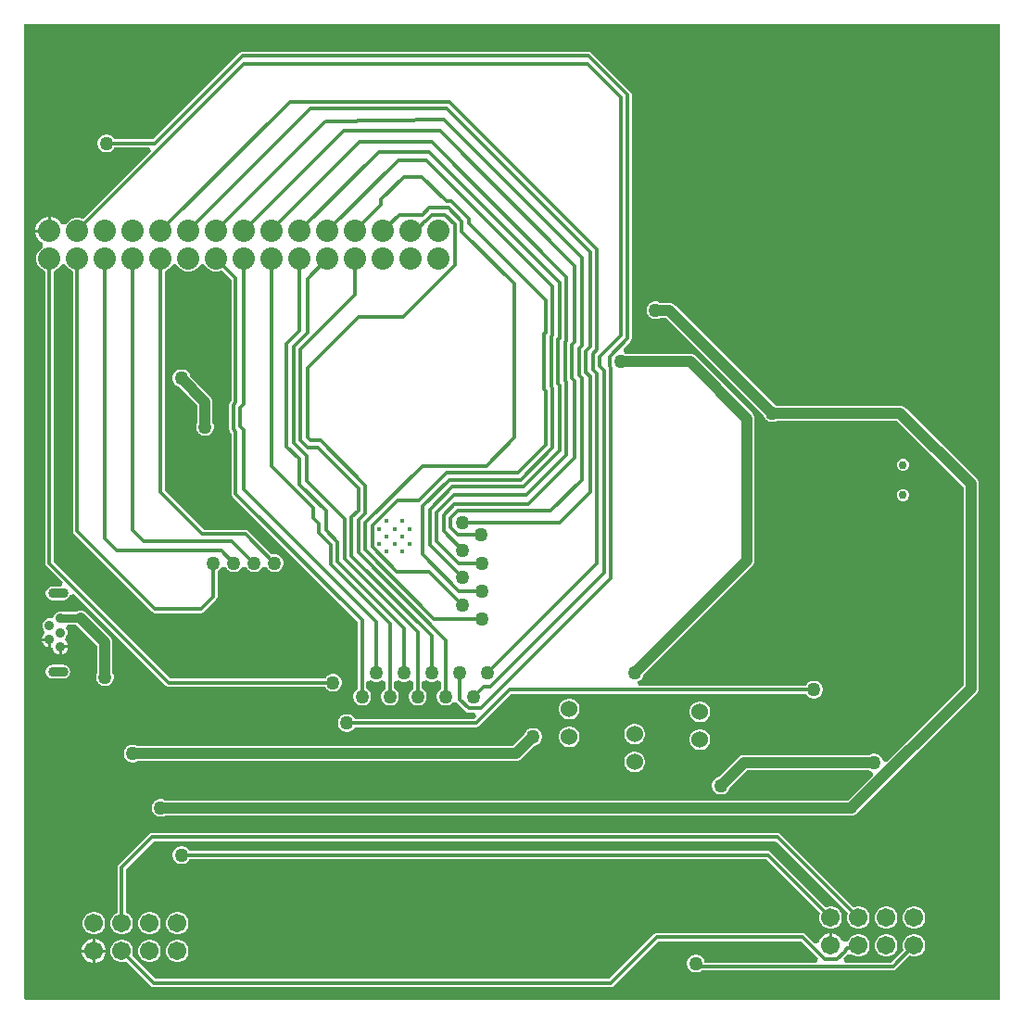
<source format=gbr>
%FSTAX23Y23*%
%MOMM*%
%SFA1B1*%

%IPPOS*%
%ADD61C,1.701797*%
%ADD67C,0.761998*%
%ADD68C,1.015998*%
%ADD69C,0.380999*%
%ADD70C,1.523997*%
%ADD71C,2.031996*%
%ADD72C,0.399999*%
%ADD73C,0.899998*%
%ADD74O,1.849996X0.899998*%
%ADD75C,0.749999*%
%ADD76C,1.269997*%
%LNpcb1_copper_signal_bot-1*%
%LPD*%
G36*
X89154Y0D02*
X00127D01*
X0Y00127*
Y89154*
X89154*
Y0*
G37*
%LNpcb1_copper_signal_bot-2*%
%LPC*%
G36*
X51562Y86608D02*
X19929D01*
X19786Y86579*
X19664Y86498*
X11773Y78607*
X08214*
X08143Y78731*
X07992Y78882*
X07806Y78989*
X07599Y79044*
X07385*
X07179Y78989*
X06993Y78882*
X06842Y78731*
X06735Y78545*
X0668Y78338*
Y78124*
X06735Y77918*
X06842Y77732*
X06993Y77581*
X07179Y77474*
X07385Y77419*
X07599*
X07806Y77474*
X07992Y77581*
X08143Y77732*
X08214Y77856*
X11422*
X11568Y77504*
X05363Y71299*
X05286Y71343*
X04983Y71424*
X04668*
X04365Y71343*
X04092Y71186*
X0387Y70963*
X03808Y70856*
X03801Y70853*
X03382Y70872*
X03302Y7101*
X03065Y71247*
X02776Y71414*
X02453Y71501*
X02413*
Y70231*
X02286*
Y70104*
X01016*
Y70063*
X01102Y6974*
X01269Y69451*
X01506Y69214*
X01644Y69134*
X01662Y68715*
X01659Y68708*
X01552Y68646*
X0133Y68423*
X01173Y68151*
X01092Y67848*
Y67533*
X01173Y6723*
X0133Y66957*
X01552Y66735*
X01825Y66578*
X0191Y66555*
Y39878*
X01939Y39734*
X0202Y39612*
X03493Y38139*
X03335Y37758*
X0259*
X02346Y37709*
X02138Y3757*
X01999Y37362*
X0195Y37117*
X01999Y36873*
X02138Y36665*
X02346Y36526*
X0259Y36477*
X0354*
X03785Y36526*
X03993Y36665*
X04132Y36873*
X04147Y36946*
X04546Y37086*
X12942Y2869*
X13064Y28609*
X13208Y2858*
X27472*
X27543Y28456*
X27694Y28305*
X2788Y28198*
X28086Y28143*
X283*
X28507Y28198*
X28693Y28305*
X28844Y28456*
X28951Y28642*
X29006Y28848*
Y29062*
X28951Y29269*
X28844Y29455*
X28693Y29606*
X28507Y29713*
X283Y29768*
X28086*
X2788Y29713*
X27694Y29606*
X27543Y29455*
X27472Y29331*
X13363*
X02661Y40033*
Y66555*
X02746Y66578*
X03018Y66735*
X03241Y66957*
X03344Y67136*
X03491Y67173*
X03619*
X03767Y67136*
X0387Y66957*
X04092Y66735*
X04365Y66578*
X0445Y66555*
Y42799*
X04479Y42655*
X0456Y42533*
X11672Y35421*
X11794Y3534*
X11938Y35311*
X16129*
X16272Y3534*
X16394Y35421*
X17537Y36564*
X17618Y36686*
X17647Y3683*
Y39156*
X17771Y39227*
X17922Y39378*
X17997Y39509*
X18203Y39538*
X18409Y39509*
X18484Y39378*
X18635Y39227*
X1882Y3912*
X19027Y39065*
X19241*
X19448Y3912*
X19633Y39227*
X19785Y39378*
X1986Y39509*
X20066Y39538*
X20271Y39509*
X20346Y39378*
X20498Y39227*
X20683Y3912*
X2089Y39065*
X21104*
X21311Y3912*
X21496Y39227*
X21647Y39378*
X21722Y39509*
X21928Y39538*
X22134Y39509*
X22209Y39378*
X2236Y39227*
X22546Y3912*
X22752Y39065*
X22966*
X23173Y3912*
X23359Y39227*
X2351Y39378*
X23617Y39564*
X23672Y3977*
Y39984*
X23617Y40191*
X2351Y40377*
X23359Y40528*
X23173Y40635*
X22966Y4069*
X22752*
X22615Y40653*
X20458Y4281*
X20336Y42891*
X20193Y4292*
X16411*
X12821Y4651*
Y66555*
X12906Y66578*
X13178Y66735*
X13401Y66957*
X13504Y67136*
X13651Y67173*
X13779*
X13927Y67136*
X1403Y66957*
X14252Y66735*
X14525Y66578*
X14828Y66497*
X15143*
X15446Y66578*
X15718Y66735*
X15941Y66957*
X16044Y67136*
X16191Y67173*
X16319*
X16467Y67136*
X1657Y66957*
X16792Y66735*
X17065Y66578*
X17368Y66497*
X17683*
X17986Y66578*
X18063Y66622*
X18928Y65757*
Y54717*
X18809Y54598*
X18728Y54476*
X18699Y54333*
Y52092*
X18728Y51949*
X18809Y51827*
X18928Y51708*
Y46228*
X18957Y46084*
X19038Y45962*
X30485Y34515*
Y28407*
X30361Y28336*
X3021Y28185*
X30103Y27999*
X30048Y27792*
Y27578*
X30103Y27372*
X3021Y27186*
X30361Y27035*
X30547Y26928*
X30753Y26873*
X30967*
X31174Y26928*
X3136Y27035*
X31511Y27186*
X31618Y27372*
X31673Y27578*
Y27792*
X31618Y27999*
X31511Y28185*
X3136Y28336*
X31236Y28407*
Y29051*
X31617Y29208*
X31631Y29194*
X31817Y29087*
X32023Y29032*
X32237*
X32444Y29087*
X3263Y29194*
X32644Y29208*
X33025Y29051*
Y28407*
X32901Y28336*
X3275Y28185*
X32643Y27999*
X32588Y27792*
Y27578*
X32643Y27372*
X3275Y27186*
X32901Y27035*
X33087Y26928*
X33293Y26873*
X33507*
X33714Y26928*
X339Y27035*
X34051Y27186*
X34158Y27372*
X34213Y27578*
Y27792*
X34158Y27999*
X34051Y28185*
X339Y28336*
X33776Y28407*
Y29051*
X34157Y29208*
X34171Y29194*
X34357Y29087*
X34563Y29032*
X34777*
X34984Y29087*
X3517Y29194*
X35184Y29208*
X35565Y29051*
Y28407*
X35441Y28336*
X3529Y28185*
X35183Y27999*
X35128Y27792*
Y27578*
X35183Y27372*
X3529Y27186*
X35441Y27035*
X35627Y26928*
X35833Y26873*
X36047*
X36254Y26928*
X3644Y27035*
X36591Y27186*
X36698Y27372*
X36753Y27578*
Y27792*
X36698Y27999*
X36591Y28185*
X3644Y28336*
X36316Y28407*
Y29051*
X36697Y29208*
X36711Y29194*
X36897Y29087*
X37103Y29032*
X37317*
X37524Y29087*
X3771Y29194*
X37724Y29208*
X38105Y29051*
Y28407*
X37981Y28336*
X3783Y28185*
X37723Y27999*
X37668Y27792*
Y27578*
X37723Y27372*
X3783Y27186*
X37981Y27035*
X38167Y26928*
X38373Y26873*
X38587*
X38794Y26928*
X3898Y27035*
X39075Y27131*
X39334Y27151*
X39531Y27117*
X40308Y2634*
X4043Y26259*
X40573Y2623*
X41119*
X41275Y25875*
X41091Y25648*
X30185*
X30114Y25772*
X29963Y25923*
X29777Y2603*
X2957Y26085*
X29356*
X2915Y2603*
X28964Y25923*
X28813Y25772*
X28706Y25586*
X28651Y25379*
Y25165*
X28706Y24959*
X28813Y24773*
X28964Y24622*
X2915Y24515*
X29356Y2446*
X2957*
X29777Y24515*
X29963Y24622*
X30114Y24773*
X30185Y24897*
X41283*
X41427Y24926*
X41549Y25007*
X44487Y27945*
X71414*
X71485Y27821*
X71636Y2767*
X71822Y27563*
X72028Y27508*
X72242*
X72449Y27563*
X72635Y2767*
X72786Y27821*
X72893Y28007*
X72948Y28213*
Y28427*
X72893Y28634*
X72786Y2882*
X72635Y28971*
X72449Y29078*
X72242Y29133*
X72028*
X71822Y29078*
X71636Y28971*
X71485Y2882*
X71414Y28696*
X56079*
X56029Y29077*
X56066Y29087*
X56252Y29194*
X56403Y29345*
X5651Y29531*
X56544Y29658*
X66529Y39642*
X66639Y39786*
X66708Y39952*
X66731Y40132*
Y53086*
X66708Y53264*
X66639Y53431*
X66529Y53575*
X61322Y58782*
X61178Y58892*
X61011Y58961*
X60833Y58984*
X54911*
X54843Y59024*
X54832Y59026*
X54711Y59444*
X55383Y60116*
X55464Y60238*
X55493Y60382*
Y82677*
X55464Y8282*
X55383Y82942*
X51827Y86498*
X51705Y86579*
X51562Y86608*
G37*
G36*
X02159Y71501D02*
X02118D01*
X01795Y71414*
X01506Y71247*
X01269Y7101*
X01102Y70721*
X01016Y70398*
Y70358*
X02159*
Y71501*
G37*
G36*
X14457Y57581D02*
X14243D01*
X14037Y57526*
X13851Y57419*
X137Y57268*
X13593Y57082*
X13538Y56875*
Y56661*
X13593Y56455*
X137Y56269*
X13851Y56118*
X14037Y56011*
X14164Y55977*
X15818Y54323*
Y52751*
X15752Y52637*
X15697Y5243*
Y52216*
X15752Y5201*
X15859Y51824*
X1601Y51673*
X16196Y51566*
X16402Y51511*
X16616*
X16823Y51566*
X17009Y51673*
X1716Y51824*
X17267Y5201*
X17322Y52216*
Y5243*
X17267Y52637*
X17201Y52751*
Y5461*
X17178Y54788*
X17109Y54955*
X16999Y55099*
X15142Y56955*
X15108Y57082*
X15001Y57268*
X1485Y57419*
X14664Y57526*
X14457Y57581*
G37*
G36*
X80373Y49403D02*
X80153D01*
X7995Y49319*
X79795Y49164*
X79711Y4896*
Y4874*
X79795Y48537*
X7995Y48382*
X80153Y48298*
X80373*
X80577Y48382*
X80732Y48537*
X80816Y4874*
Y4896*
X80732Y49164*
X80577Y49319*
X80373Y49403*
G37*
G36*
Y46653D02*
X80153D01*
X7995Y46569*
X79795Y46414*
X79711Y4621*
Y4599*
X79795Y45787*
X7995Y45632*
X80153Y45548*
X80373*
X80577Y45632*
X80732Y45787*
X80816Y4599*
Y4621*
X80732Y46414*
X80577Y46569*
X80373Y46653*
G37*
G36*
X05161Y35534D02*
X04982Y35511D01*
X04816Y35442*
X04777Y35412*
X0355*
X0341Y3547*
X03161*
X0293Y35375*
X02753Y35198*
X02658Y34967*
X0241Y3482*
X02306*
X02161*
X0193Y34725*
X01753Y34548*
X01658Y34317*
Y34068*
X01753Y33837*
X0184Y33508*
X01745Y33347*
X01722Y33325*
X01629Y33164*
X01591Y3302*
X02286*
Y32893*
X02413*
Y32182*
X02581Y3215*
X02629Y31971*
X02722Y3181*
X02853Y31679*
X03014Y31586*
X03158Y31548*
Y32242*
X03285*
Y32369*
X0398*
X03941Y32514*
X03849Y32675*
X03826Y32697*
X03731Y32858*
X03818Y33187*
X03913Y33418*
Y33667*
X03818Y33898*
X03982Y34273*
X04753*
X06674Y32352*
Y29891*
X06608Y29777*
X06553Y2957*
Y29356*
X06608Y2915*
X06715Y28964*
X06866Y28813*
X07052Y28706*
X07258Y28651*
X07472*
X07679Y28706*
X07865Y28813*
X08016Y28964*
X08123Y2915*
X08178Y29356*
Y2957*
X08123Y29777*
X08057Y29891*
Y32639*
X08034Y32817*
X07965Y32984*
X07855Y33128*
X05651Y35332*
X05507Y35442*
X0534Y35511*
X05161Y35534*
G37*
G36*
X02159Y32766D02*
X01591D01*
X01629Y32621*
X01722Y3246*
X01853Y32329*
X02014Y32236*
X02159Y32198*
Y32766*
G37*
G36*
X0398Y32115D02*
X03412D01*
Y31548*
X03557Y31586*
X03718Y31679*
X03849Y3181*
X03941Y31971*
X0398Y32115*
G37*
G36*
X0354Y30608D02*
X0259D01*
X02346Y30559*
X02138Y3042*
X01999Y30212*
X0195Y29967*
X01999Y29722*
X02138Y29515*
X02346Y29376*
X0259Y29327*
X0354*
X03785Y29376*
X03993Y29515*
X04132Y29722*
X04181Y29967*
X04132Y30212*
X03993Y3042*
X03785Y30559*
X0354Y30608*
G37*
G36*
X49907Y27482D02*
X4966D01*
X49421Y27418*
X49206Y27294*
X49031Y2712*
X48908Y26905*
X48844Y26666*
Y26419*
X48908Y2618*
X49031Y25965*
X49206Y2579*
X49421Y25667*
X4966Y25603*
X49907*
X50146Y25667*
X5036Y2579*
X50535Y25965*
X50659Y2618*
X50723Y26419*
Y26666*
X50659Y26905*
X50535Y2712*
X5036Y27294*
X50146Y27418*
X49907Y27482*
G37*
G36*
X61845Y27228D02*
X61598D01*
X61359Y27164*
X61144Y2704*
X60969Y26866*
X60846Y26651*
X60782Y26412*
Y26165*
X60846Y25926*
X60969Y25711*
X61144Y25536*
X61359Y25413*
X61598Y25349*
X61845*
X62084Y25413*
X62298Y25536*
X62473Y25711*
X62597Y25926*
X62661Y26165*
Y26412*
X62597Y26651*
X62473Y26866*
X62298Y2704*
X62084Y27164*
X61845Y27228*
G37*
G36*
X55876Y25196D02*
X55629D01*
X5539Y25132*
X55175Y25008*
X55Y24833*
X54877Y24619*
X54813Y2438*
Y24133*
X54877Y23894*
X55Y23679*
X55175Y23504*
X5539Y23381*
X55629Y23317*
X55876*
X56115Y23381*
X5633Y23504*
X56504Y23679*
X56628Y23894*
X56692Y24133*
Y2438*
X56628Y24619*
X56504Y24833*
X5633Y25008*
X56115Y25132*
X55876Y25196*
G37*
G36*
X46588Y24815D02*
X46374D01*
X46168Y2476*
X45982Y24653*
X45831Y24502*
X45724Y24316*
X45715Y24283*
X44602Y2317*
X10333*
X10219Y23236*
X10012Y23291*
X09798*
X09592Y23236*
X09406Y23129*
X09255Y22978*
X09148Y22792*
X09093Y22585*
Y22371*
X09148Y22165*
X09255Y21979*
X09406Y21828*
X09592Y21721*
X09798Y21666*
X10012*
X10219Y21721*
X10333Y21787*
X44889*
X45068Y2181*
X45235Y21879*
X45378Y21989*
X46578Y2319*
X46588*
X46795Y23245*
X46981Y23352*
X47132Y23503*
X47239Y23689*
X47294Y23895*
Y24109*
X47239Y24316*
X47132Y24502*
X46981Y24653*
X46795Y2476*
X46588Y24815*
G37*
G36*
X49907Y24942D02*
X4966D01*
X49421Y24878*
X49206Y24754*
X49031Y24579*
X48908Y24365*
X48844Y24126*
Y23879*
X48908Y2364*
X49031Y23425*
X49206Y2325*
X49421Y23127*
X4966Y23063*
X49907*
X50146Y23127*
X5036Y2325*
X50535Y23425*
X50659Y2364*
X50723Y23879*
Y24126*
X50659Y24365*
X50535Y24579*
X5036Y24754*
X50146Y24878*
X49907Y24942*
G37*
G36*
X61845Y24688D02*
X61598D01*
X61359Y24624*
X61144Y245*
X60969Y24325*
X60846Y24111*
X60782Y23872*
Y23625*
X60846Y23386*
X60969Y23171*
X61144Y22996*
X61359Y22873*
X61598Y22809*
X61845*
X62084Y22873*
X62298Y22996*
X62473Y23171*
X62597Y23386*
X62661Y23625*
Y23872*
X62597Y24111*
X62473Y24325*
X62298Y245*
X62084Y24624*
X61845Y24688*
G37*
G36*
X57764Y63804D02*
X5755D01*
X57344Y63749*
X57158Y63642*
X57007Y63491*
X569Y63305*
X56845Y63098*
Y62884*
X569Y62678*
X57007Y62492*
X57158Y62341*
X57344Y62234*
X5755Y62179*
X57764*
X57971Y62234*
X58085Y623*
X58641*
X67534Y53407*
X67568Y5328*
X67675Y53094*
X67826Y52943*
X68012Y52836*
X68218Y52781*
X68432*
X68639Y52836*
X68753Y52902*
X79723*
X85795Y4683*
Y28734*
X7879Y21729*
X78653Y2174*
X78382Y2186*
X78354Y21967*
X78247Y22152*
X78096Y22303*
X7791Y2241*
X77703Y22466*
X77489*
X77283Y2241*
X77169Y22345*
X65722*
X65543Y22321*
X65376Y22252*
X65233Y22142*
X6344Y20349*
X63313Y20315*
X63127Y20208*
X62976Y20057*
X62869Y19871*
X62814Y19664*
Y1945*
X62869Y19244*
X62976Y19058*
X63127Y18907*
X63313Y188*
X63519Y18745*
X63733*
X6394Y188*
X64126Y18907*
X64277Y19058*
X64384Y19244*
X64418Y19371*
X66008Y20961*
X77169*
X77283Y20896*
X77389Y20867*
X77509Y20596*
X7752Y20459*
X75278Y18217*
X12873*
X12759Y18283*
X12552Y18338*
X12338*
X12132Y18283*
X11946Y18176*
X11795Y18025*
X11688Y17839*
X11633Y17632*
Y17418*
X11688Y17212*
X11795Y17026*
X11946Y16875*
X12132Y16768*
X12338Y16713*
X12552*
X12759Y16768*
X12873Y16834*
X75565*
X75743Y16857*
X7591Y16926*
X76054Y17036*
X76181Y17163*
X86976Y27958*
X87086Y28102*
X87155Y28268*
X87178Y28448*
Y47117*
X87155Y47295*
X87086Y47462*
X86976Y47606*
X80499Y54083*
X80355Y54193*
X80188Y54262*
X8001Y54285*
X68753*
X68639Y54351*
X68512Y54385*
X59417Y63481*
X59273Y6359*
X59106Y6366*
X58928Y63683*
X58085*
X57971Y63749*
X57764Y63804*
G37*
G36*
X55876Y22656D02*
X55629D01*
X5539Y22592*
X55175Y22468*
X55Y22294*
X54877Y22079*
X54813Y2184*
Y21593*
X54877Y21354*
X55Y21139*
X55175Y20964*
X5539Y20841*
X55629Y20777*
X55876*
X56115Y20841*
X5633Y20964*
X56504Y21139*
X56628Y21354*
X56692Y21593*
Y2184*
X56628Y22079*
X56504Y22294*
X5633Y22468*
X56115Y22592*
X55876Y22656*
G37*
G36*
X81415Y08521D02*
X81144D01*
X80882Y08451*
X80648Y08316*
X80456Y08124*
X80321Y0789*
X80251Y07628*
Y07357*
X80321Y07095*
X80456Y06861*
X80648Y06669*
X80882Y06534*
X81144Y06464*
X81415*
X81677Y06534*
X81911Y06669*
X82103Y06861*
X82238Y07095*
X82308Y07357*
Y07628*
X82238Y0789*
X82103Y08124*
X81911Y08316*
X81677Y08451*
X81415Y08521*
G37*
G36*
X78875D02*
X78604D01*
X78342Y08451*
X78108Y08316*
X77916Y08124*
X77781Y0789*
X77711Y07628*
Y07357*
X77781Y07095*
X77916Y06861*
X78108Y06669*
X78342Y06534*
X78604Y06464*
X78875*
X79137Y06534*
X79371Y06669*
X79563Y06861*
X79698Y07095*
X79768Y07357*
Y07628*
X79698Y0789*
X79563Y08124*
X79371Y08316*
X79137Y08451*
X78875Y08521*
G37*
G36*
X68834Y15234D02*
X11684D01*
X1154Y15205*
X11418Y15124*
X08624Y1233*
X08543Y12208*
X08514Y12065*
Y07949*
X08492Y07943*
X08258Y07808*
X08066Y07616*
X07931Y07382*
X07861Y0712*
Y06849*
X07931Y06587*
X08066Y06353*
X08258Y06161*
X08492Y06026*
X08754Y05956*
X09025*
X09287Y06026*
X09521Y06161*
X09713Y06353*
X09848Y06587*
X09918Y06849*
Y0712*
X09848Y07382*
X09713Y07616*
X09521Y07808*
X09287Y07943*
X09265Y07949*
Y11909*
X11839Y14483*
X68678*
X75252Y07909*
X75241Y0789*
X75171Y07628*
Y07357*
X75241Y07095*
X75376Y06861*
X75568Y06669*
X75802Y06534*
X76064Y06464*
X76335*
X76597Y06534*
X76831Y06669*
X77023Y06861*
X77158Y07095*
X77228Y07357*
Y07628*
X77158Y0789*
X77023Y08124*
X76831Y08316*
X76597Y08451*
X76335Y08521*
X76064*
X75802Y08451*
X75783Y0844*
X69099Y15124*
X68977Y15205*
X68834Y15234*
G37*
G36*
X14457Y1402D02*
X14243D01*
X14037Y13965*
X13851Y13858*
X137Y13707*
X13593Y13521*
X13538Y13314*
Y131*
X13593Y12894*
X137Y12708*
X13851Y12557*
X14037Y1245*
X14243Y12395*
X14457*
X14664Y1245*
X1485Y12557*
X15001Y12708*
X15072Y12832*
X67789*
X72712Y07909*
X72701Y0789*
X72631Y07628*
Y07357*
X72701Y07095*
X72836Y06861*
X73028Y06669*
X73262Y06534*
X73524Y06464*
X73795*
X74057Y06534*
X74291Y06669*
X74483Y06861*
X74618Y07095*
X74688Y07357*
Y07628*
X74618Y0789*
X74483Y08124*
X74291Y08316*
X74057Y08451*
X73795Y08521*
X73524*
X73262Y08451*
X73243Y0844*
X6821Y13473*
X68088Y13554*
X67945Y13583*
X15072*
X15001Y13707*
X1485Y13858*
X14664Y13965*
X14457Y1402*
G37*
G36*
X14105Y08013D02*
X13834D01*
X13572Y07943*
X13338Y07808*
X13146Y07616*
X13011Y07382*
X12941Y0712*
Y06849*
X13011Y06587*
X13146Y06353*
X13338Y06161*
X13572Y06026*
X13834Y05956*
X14105*
X14367Y06026*
X14601Y06161*
X14793Y06353*
X14928Y06587*
X14998Y06849*
Y0712*
X14928Y07382*
X14793Y07616*
X14601Y07808*
X14367Y07943*
X14105Y08013*
G37*
G36*
X11565D02*
X11294D01*
X11032Y07943*
X10798Y07808*
X10606Y07616*
X10471Y07382*
X10401Y0712*
Y06849*
X10471Y06587*
X10606Y06353*
X10798Y06161*
X11032Y06026*
X11294Y05956*
X11565*
X11827Y06026*
X12061Y06161*
X12253Y06353*
X12388Y06587*
X12458Y06849*
Y0712*
X12388Y07382*
X12253Y07616*
X12061Y07808*
X11827Y07943*
X11565Y08013*
G37*
G36*
X06485D02*
X06214D01*
X05952Y07943*
X05718Y07808*
X05526Y07616*
X05391Y07382*
X05321Y0712*
Y06849*
X05391Y06587*
X05526Y06353*
X05718Y06161*
X05952Y06026*
X06214Y05956*
X06485*
X06747Y06026*
X06981Y06161*
X07173Y06353*
X07308Y06587*
X07378Y06849*
Y0712*
X07308Y07382*
X07173Y07616*
X06981Y07808*
X06747Y07943*
X06485Y08013*
G37*
G36*
X06495Y05549D02*
X06477D01*
Y04572*
X07454*
Y0459*
X07379Y04871*
X07234Y05123*
X07028Y05329*
X06776Y05474*
X06495Y05549*
G37*
G36*
X06223D02*
X06204D01*
X05923Y05474*
X05671Y05329*
X05465Y05123*
X0532Y04871*
X05245Y0459*
Y04572*
X06223*
Y05549*
G37*
G36*
X78875Y05981D02*
X78604D01*
X78342Y05911*
X78108Y05776*
X77916Y05584*
X77781Y0535*
X77711Y05088*
Y04817*
X77781Y04555*
X77916Y04321*
X78108Y04129*
X78342Y03994*
X78604Y03924*
X78875*
X79137Y03994*
X79371Y04129*
X79563Y04321*
X79698Y04555*
X79768Y04817*
Y05088*
X79698Y0535*
X79563Y05584*
X79371Y05776*
X79137Y05911*
X78875Y05981*
G37*
G36*
X14105Y05473D02*
X13834D01*
X13572Y05403*
X13338Y05268*
X13146Y05076*
X13011Y04842*
X12941Y0458*
Y04309*
X13011Y04047*
X13146Y03813*
X13338Y03621*
X13572Y03486*
X13834Y03416*
X14105*
X14367Y03486*
X14601Y03621*
X14793Y03813*
X14928Y04047*
X14998Y04309*
Y0458*
X14928Y04842*
X14793Y05076*
X14601Y05268*
X14367Y05403*
X14105Y05473*
G37*
G36*
X11565D02*
X11294D01*
X11032Y05403*
X10798Y05268*
X10606Y05076*
X10471Y04842*
X10401Y0458*
Y04309*
X10471Y04047*
X10606Y03813*
X10798Y03621*
X11032Y03486*
X11294Y03416*
X11565*
X11827Y03486*
X12061Y03621*
X12253Y03813*
X12388Y04047*
X12458Y04309*
Y0458*
X12388Y04842*
X12253Y05076*
X12061Y05268*
X11827Y05403*
X11565Y05473*
G37*
G36*
X07454Y04318D02*
X06477D01*
Y0334*
X06495*
X06776Y03415*
X07028Y0356*
X07234Y03766*
X07379Y04018*
X07454Y04299*
Y04318*
G37*
G36*
X06223D02*
X05245D01*
Y04299*
X0532Y04018*
X05465Y03766*
X05671Y0356*
X05923Y03415*
X06204Y0334*
X06223*
Y04318*
G37*
G36*
X71065Y0609D02*
X57785D01*
X57641Y06061*
X57519Y0598*
X53438Y01899*
X11966*
X09837Y04028*
X09848Y04047*
X09918Y04309*
Y0458*
X09848Y04842*
X09713Y05076*
X09521Y05268*
X09287Y05403*
X09025Y05473*
X08754*
X08492Y05403*
X08258Y05268*
X08066Y05076*
X07931Y04842*
X07861Y0458*
Y04309*
X07931Y04047*
X08066Y03813*
X08258Y03621*
X08492Y03486*
X08754Y03416*
X09025*
X09287Y03486*
X09306Y03497*
X11545Y01258*
X11667Y01177*
X11811Y01148*
X53594*
X53737Y01177*
X53859Y01258*
X5794Y05339*
X7091*
X72499Y0375*
X72353Y03398*
X62153*
Y03408*
X62098Y03615*
X61991Y03801*
X6184Y03952*
X61654Y04059*
X61447Y04114*
X61233*
X61027Y04059*
X60841Y03952*
X6069Y03801*
X60583Y03615*
X60528Y03408*
Y03194*
X60583Y02988*
X6069Y02802*
X60841Y02651*
X61027Y02544*
X61233Y02489*
X61447*
X61654Y02544*
X61839Y02651*
X6186Y02647*
X79349*
X79493Y02675*
X79615Y02757*
X80863Y04005*
X80882Y03994*
X81144Y03924*
X81415*
X81677Y03994*
X81911Y04129*
X82103Y04321*
X82238Y04555*
X82308Y04817*
Y05088*
X82238Y0535*
X82103Y05584*
X81911Y05776*
X81677Y05911*
X81415Y05981*
X81144*
X80882Y05911*
X80648Y05776*
X80456Y05584*
X80321Y0535*
X80251Y05088*
Y04817*
X80321Y04555*
X80332Y04536*
X79194Y03398*
X74965*
X7482Y0375*
X7522Y0415*
X75565Y04129*
X75612Y04104*
X75802Y03994*
X76064Y03924*
X76335*
X76597Y03994*
X76831Y04129*
X77023Y04321*
X77158Y04555*
X77228Y04817*
Y05088*
X77158Y0535*
X77023Y05584*
X76831Y05776*
X76597Y05911*
X76335Y05981*
X76064*
X75802Y05911*
X75568Y05776*
X75376Y05584*
X7525Y05365*
X7523Y05347*
X75061Y053*
X74689Y05379*
X74544Y05631*
X74338Y05837*
X74086Y05982*
X73805Y06057*
X73787*
Y04953*
X73533*
Y06057*
X73514*
X73233Y05982*
X72981Y05837*
X72775Y05631*
X7263Y05379*
X72596Y05254*
X72224Y05123*
X72185Y05126*
X71331Y0598*
X71209Y06061*
X71065Y0609*
G37*
%LNpcb1_copper_signal_bot-3*%
%LPD*%
G54D61*
X0635Y04445D03*
X0889D03*
X1143D03*
X1397D03*
X0635Y06985D03*
X0889D03*
X1143D03*
X1397D03*
X7366Y04953D03*
X762D03*
X7874D03*
X8128D03*
X7366Y07493D03*
X762D03*
X7874D03*
X8128D03*
G54D67*
X03285Y34842D02*
X05161D01*
G54D68*
X6604Y40132D02*
Y53086D01*
X60833Y58293D02*
X6604Y53086D01*
X54555Y58293D02*
X60833D01*
X12446Y17526D02*
X75565D01*
X75692Y17653*
X86487Y28448*
X07366Y29464D02*
Y32639D01*
X05161Y34842D02*
X07366Y32639D01*
X09906Y22479D02*
X44889D01*
X46364Y23954*
X46398Y23919*
X63627Y19558D02*
X65722Y21653D01*
X77597*
X55753Y29845D02*
X6604Y40132D01*
X14351Y56769D02*
X1651Y5461D01*
Y52324D02*
Y5461D01*
X86487Y28448D02*
Y47117D01*
X8001Y53594D02*
X86487Y47117D01*
X68326Y53594D02*
X8001D01*
X57658Y62992D02*
X58928D01*
X68326Y53594*
G54D69*
X44331Y28321D02*
X72136D01*
X41283Y25273D02*
X44331Y28321D01*
X29464Y25273D02*
X41283D01*
X40573Y26606D02*
X41719D01*
X53594Y38481*
X41961Y28626D02*
X42599D01*
X39751Y27429D02*
Y29845D01*
X41021Y27686D02*
X41961Y28626D01*
X39751Y27429D02*
X40573Y26606D01*
X13208Y28956D02*
X28194D01*
X02286Y39878D02*
X13208Y28956D01*
X46228Y23749D02*
X46482Y24003D01*
X79349Y03022D02*
X8128Y04953D01*
X6186Y03022D02*
X79349D01*
X61581Y03302D02*
X6186Y03022D01*
X61341Y03302D02*
X61581D01*
X74955Y04501D02*
X75178Y04724D01*
X57785Y05715D02*
X71065D01*
X74196Y03657D02*
X74955Y04416D01*
X71065Y05715D02*
X73123Y03657D01*
X74196*
X74955Y04416D02*
Y04501D01*
X75178Y04724D02*
X75971D01*
X11811Y01524D02*
X53594D01*
X57785Y05715*
X75971Y04724D02*
X762Y04953D01*
X67945Y13208D02*
X7366Y07493D01*
X14351Y13208D02*
X67945D01*
X68834Y14859D02*
X762Y07493D01*
X11684Y14859D02*
X68834D01*
X0889Y04445D02*
X11811Y01524D01*
X0889Y06985D02*
Y12065D01*
X11684Y14859*
X19075Y52092D02*
X19304Y51864D01*
X19939Y52127D02*
X20066Y52D01*
X1971Y52355D02*
X19939Y52127D01*
X19304Y54561D02*
Y65913D01*
X17526Y67691D02*
X19304Y65913D01*
X19075Y52092D02*
Y54333D01*
X19304Y54561*
X1971Y52355D02*
Y5407D01*
X19304Y46228D02*
Y51864D01*
Y46228D02*
X30861Y34671D01*
X1971Y5407D02*
X19939Y54298D01*
X20066Y54425*
X12446Y46355D02*
Y67691D01*
Y46355D02*
X16256Y42545D01*
X20193*
X2286Y39878*
X18965Y4191D02*
X20997Y39878D01*
X10922Y4191D02*
X18965D01*
X17272Y3683D02*
Y39878D01*
X17991Y41021D02*
X19134Y39878D01*
X08478Y41021D02*
X17991D01*
X09906Y42926D02*
Y67691D01*
Y42926D02*
X10922Y4191D01*
X07366Y42133D02*
Y67691D01*
Y42133D02*
X08478Y41021D01*
X16129Y35687D02*
X17272Y3683D01*
X11938Y35687D02*
X16129D01*
X04826Y42799D02*
X11938Y35687D01*
X04826Y42799D02*
Y67691D01*
X30861Y27686D02*
Y34671D01*
X20066Y46609D02*
Y52D01*
Y46609D02*
X32131Y34544D01*
Y29845D02*
Y34544D01*
X20066Y54425D02*
Y67691D01*
X11928Y78232D02*
X19929Y86233D01*
X07493Y78232D02*
X11928D01*
X19929Y86233D02*
X51562D01*
X55118Y82677*
Y60382D02*
Y82677D01*
X20066Y85471D02*
X51425D01*
X54483Y60645D02*
Y82413D01*
X51425Y85471D02*
X54483Y82413D01*
X04826Y70231D02*
X20066Y85471D01*
X53449Y58713D02*
X55118Y60382D01*
X53449Y57871D02*
Y58713D01*
Y57871D02*
X53594Y57727D01*
Y38481D02*
Y57727D01*
X54529Y58266D02*
X54555Y58293D01*
X52324Y39878D02*
Y57201D01*
X48768Y60318D02*
X48895Y60445D01*
X48768Y56267D02*
Y60318D01*
X48895Y50165D02*
Y5614D01*
X48768Y56267D02*
X48895Y5614D01*
X37949Y79375D02*
X50292Y67032D01*
X49403Y5653D02*
X4953Y56403D01*
X51689Y59647D02*
Y68326D01*
X52578Y57845D02*
X52959Y57464D01*
X48895Y60445D02*
Y65532D01*
X50673Y59529D02*
X50927Y59783D01*
X51308Y59266D02*
X51689Y59647D01*
X52959Y38986D02*
Y57464D01*
X38354Y80391D02*
X50927Y67818D01*
X36703Y76708D02*
X4826Y65151D01*
X49403Y5653D02*
Y60055D01*
X50673Y57056D02*
X50927Y56802D01*
X50292Y60046D02*
Y67032D01*
X46036Y45274D02*
X50292Y4953D01*
X50673Y57056D02*
Y59529D01*
X42599Y28626D02*
X52959Y38986D01*
X4953Y49784D02*
Y56403D01*
Y60182D02*
Y6604D01*
X49403Y60055D02*
X4953Y60182D01*
X52578Y5874D02*
X54483Y60645D01*
X51308Y57319D02*
X51689Y56938D01*
X51308Y57319D02*
Y59266D01*
X52578Y57845D02*
Y5874D01*
X36957Y7747D02*
X48895Y65532D01*
X47625Y50691D02*
Y55614D01*
X47498Y55741D02*
Y60844D01*
X45593Y46863D02*
X48895Y50165D01*
X47498Y55741D02*
X47625Y55614D01*
X47498Y60844D02*
X47625Y60971D01*
Y63881*
X45847Y46101D02*
X4953Y49784D01*
X48133Y56004D02*
Y60581D01*
Y56004D02*
X4826Y55877D01*
X48068Y44639D02*
X50927Y47498D01*
X45066Y48133D02*
X47625Y50691D01*
X50927Y59783D02*
Y67818D01*
X51943Y57582D02*
X52324Y57201D01*
X51943Y59003D02*
X52324Y59384D01*
X48133Y60581D02*
X4826Y60708D01*
X50038Y56793D02*
X50292Y56539D01*
X50038Y56793D02*
Y59792D01*
X50927Y47498D02*
Y56802D01*
X38608Y81407D02*
X51689Y68326D01*
X45329Y47498D02*
X4826Y50427D01*
X42291Y29845D02*
X52324Y39878D01*
X51943Y57582D02*
Y59003D01*
X40576Y70929D02*
X47625Y63881D01*
X50292Y4953D02*
Y56539D01*
X3887Y82042D02*
X52324Y68588D01*
X50038Y59792D02*
X50292Y60046D01*
X48893Y43559D02*
X51689Y46355D01*
X52324Y59384D02*
Y68588D01*
X51689Y46355D02*
Y56938D01*
X37211Y78359D02*
X4953Y6604D01*
X4826Y60708D02*
Y65151D01*
Y50427D02*
Y55877D01*
X27714Y80267D02*
X38354Y80391D01*
X12446Y70231D02*
X24257Y82042D01*
X3887*
X34671Y29845D02*
Y33964D01*
X37211Y29845D02*
Y3322D01*
X38481Y27686D02*
Y32848D01*
X37429Y34798D02*
X41783D01*
X31139Y41087D02*
X37429Y34798D01*
X31139Y41087D02*
Y43547D01*
X30504Y40824D02*
X38481Y32848D01*
X29869Y40561D02*
X37211Y3322D01*
X28599Y40035D02*
X34671Y33964D01*
X29234Y40298D02*
X35941Y33592D01*
X33401Y27686D02*
Y34336D01*
X27964Y39772D02*
X33401Y34336D01*
X35941Y27686D02*
Y33592D01*
X36957Y39116D02*
X40005Y36068D01*
X35306Y70231D02*
X35752D01*
X36578Y71056*
X36605*
X3724Y71691*
X3845*
X39306Y70835*
Y67085D02*
Y70835D01*
X34619Y62399D02*
X39306Y67085D01*
X30561Y62399D02*
X34619D01*
X25874Y57712D02*
X30561Y62399D01*
X25874Y51343D02*
Y57712D01*
Y51343D02*
X26134Y51083D01*
X27032*
X31139Y46976*
Y44445D02*
Y46976D01*
X30504Y4381D02*
X31139Y44445D01*
X30504Y40824D02*
Y4381D01*
X25871Y50448D02*
X26769D01*
X25239Y59411D02*
X30226Y64397D01*
X36342Y71691D02*
X36977Y72326D01*
X24604Y59674D02*
X25874Y60944D01*
X24604Y50817D02*
Y59674D01*
X23969Y50554D02*
Y59937D01*
X25146Y47081D02*
Y49378D01*
X24604Y50817D02*
X25781Y49641D01*
X25874Y60944D02*
Y65879D01*
X30226Y64397D02*
Y67691D01*
X25239Y5108D02*
Y59411D01*
Y5108D02*
X25871Y50448D01*
X26924Y42609D02*
X27964Y41568D01*
X25781Y47344D02*
Y49641D01*
X28599Y40035D02*
Y41831D01*
X36322Y75184D02*
X38544Y72961D01*
X23969Y59937D02*
X25146Y61114D01*
X29869Y44073D02*
X30504Y44708D01*
X23969Y50554D02*
X25146Y49378D01*
X40576Y70929D02*
Y71361D01*
X29869Y40561D02*
Y44073D01*
X38713Y72326D02*
X39941Y71098D01*
X25146Y61114D02*
Y67691D01*
X39941Y702D02*
X44763Y65378D01*
X38976Y72961D02*
X40576Y71361D01*
X26769Y50448D02*
X30504Y46713D01*
X25781Y47344D02*
X29234Y4389D01*
X27964Y39772D02*
Y41568D01*
X27559Y42872D02*
X28599Y41831D01*
X38544Y72961D02*
X38976D01*
X30504Y44708D02*
Y46713D01*
X29234Y40298D02*
Y4389D01*
X34226Y71691D02*
X36342D01*
X39941Y702D02*
Y71098D01*
X36977Y72326D02*
X38713D01*
X25874Y65879D02*
X27686Y67691D01*
X31139Y43547D02*
X36359Y48768D01*
X26416Y44015D02*
X26924Y43507D01*
X25146Y47081D02*
X27559Y44668D01*
Y42872D02*
Y44668D01*
X26924Y42609D02*
Y43507D01*
X26416Y44015D02*
Y44913D01*
X22606Y48723D02*
X26416Y44913D01*
X22606Y48723D02*
Y67691D01*
X31774Y4135D02*
Y43284D01*
X35697Y45582D02*
X36012D01*
X31774Y4135D02*
X34009Y39116D01*
X31774Y43284D02*
X34082Y45593D01*
X38562Y48133D02*
X45066D01*
X34082Y45593D02*
X35687D01*
X36012Y45582D02*
X38562Y48133D01*
X35687Y45593D02*
X35697Y45582D01*
X32766Y70231D02*
X34226Y71691D01*
X44763Y51343D02*
Y65378D01*
X42187Y48768D02*
X44763Y51343D01*
X36359Y48768D02*
X42187D01*
X34009Y39116D02*
X36957D01*
X30226Y70231D02*
X32606Y72611D01*
Y73119*
X34671Y75184*
X36322*
X36386Y45058D02*
X38825Y47498D01*
X38926Y43112D02*
Y44006D01*
X39559Y44639*
X36386Y40657D02*
Y45058D01*
X37021Y44795D02*
X39088Y46863D01*
X37656Y44532D02*
X39224Y46101D01*
X37656Y41884D02*
Y44532D01*
X37021Y41548D02*
Y44795D01*
X40006Y43559D02*
X48893D01*
X38291Y42776D02*
Y44269D01*
X39296Y45274*
X27686Y70231D02*
X34163Y76708D01*
X36703*
X38825Y47498D02*
X45329D01*
X36386Y40657D02*
X39705Y37338D01*
X41783*
X25146Y70231D02*
X32385Y7747D01*
X36957*
X39088Y46863D02*
X45593D01*
X37021Y41548D02*
X40005Y38565D01*
X37656Y41884D02*
X39663Y39878D01*
X02286D02*
Y67691D01*
X38291Y42776D02*
X40005Y41063D01*
X2921Y79375D02*
X37949D01*
X20066Y70231D02*
X2921Y79375D01*
X17526Y70231D02*
X27432Y80137D01*
X27559Y80264*
X27714Y80267*
X22606Y70231D02*
Y70358D01*
X30607Y78359*
X37211*
X39224Y46101D02*
X45847D01*
X39663Y39878D02*
X41783D01*
X39559Y4248D02*
X41715D01*
X38926Y43112D02*
X39559Y4248D01*
X41715D02*
D01*
X39296Y45274D02*
X46036D01*
X39559Y44639D02*
X48068D01*
X26162Y81407D02*
X38608D01*
X14986Y70231D02*
X26162Y81407D01*
G54D70*
X49784Y24003D03*
Y26543D03*
X61722Y23749D03*
Y26289D03*
X55753Y21717D03*
Y24257D03*
G54D71*
X37846Y67691D03*
Y70231D03*
X35306Y67691D03*
Y70231D03*
X32766Y67691D03*
Y70231D03*
X30226Y67691D03*
Y70231D03*
X27686Y67691D03*
Y70231D03*
X25146Y67691D03*
Y70231D03*
X22606Y67691D03*
Y70231D03*
X20066Y67691D03*
Y70231D03*
X17526Y67691D03*
Y70231D03*
X14986Y67691D03*
Y70231D03*
X12446Y67691D03*
Y70231D03*
X09906Y67691D03*
Y70231D03*
X07366Y67691D03*
Y70231D03*
X04826Y67691D03*
Y70231D03*
X02286Y67691D03*
Y70231D03*
G54D72*
X33818Y43017D03*
X32418D03*
X35218D03*
X32418Y41617D03*
X33818D03*
X35218D03*
X33118Y43717D03*
X34518D03*
X33118Y42317D03*
X34518D03*
X33118Y40917D03*
X34518D03*
G54D73*
X02286Y32893D03*
Y34192D03*
X03285Y32242D03*
Y33542D03*
Y34842D03*
G54D74*
X03065Y37117D03*
Y29967D03*
G54D75*
X80264Y4885D03*
Y46101D03*
G54D76*
X12446Y17526D03*
X72136Y28321D03*
X41021Y27686D03*
X29464Y25273D03*
X28194Y28956D03*
X63627Y19558D03*
X55753Y29845D03*
X61341Y03302D03*
X14351Y13208D03*
X77597Y21653D03*
X14351Y56769D03*
X1651Y52324D03*
X17272Y39878D03*
X19134D03*
X20997D03*
X2286D03*
X30861Y27686D03*
X07493Y78232D03*
X54529Y58266D03*
X34671Y29845D03*
X37211D03*
X32131D03*
X38481Y27686D03*
X40005Y36068D03*
X40006Y43559D03*
X40005Y41063D03*
X41715Y4248D03*
X41783Y39878D03*
Y37338D03*
X40005Y38565D03*
X41783Y34798D03*
X68326Y53594D03*
X57658Y62992D03*
X09906Y22479D03*
X46482Y24003D03*
X07366Y29464D03*
X42291Y29845D03*
X39751D03*
X35941Y27686D03*
X33401D03*
M02*
</source>
